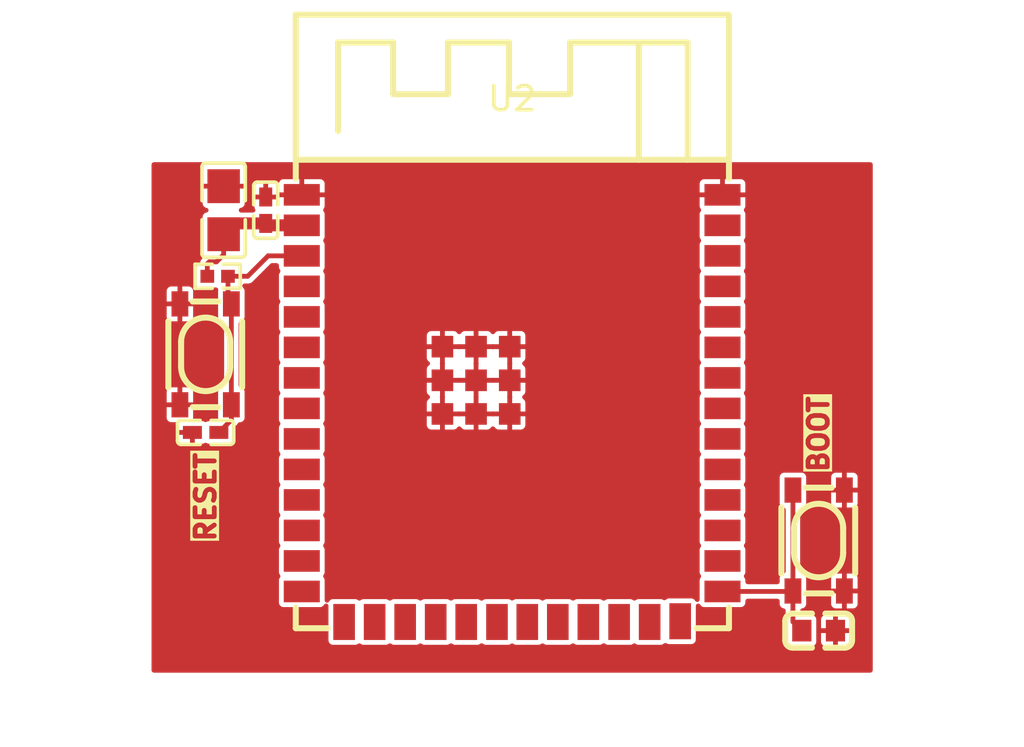
<source format=kicad_pcb>
(kicad_pcb (version 20241229) (generator "pcbnew") (generator_version "9.0")
  (layers (0 "F.Cu" signal) (2 "B.Cu" signal) (13 "F.Paste" user) (15 "B.Paste" user) (5 "F.SilkS" user "F.Silkscreen") (7 "B.SilkS" user "B.Silkscreen") (1 "F.Mask" user) (3 "B.Mask" user) (25 "Edge.Cuts" user))
  (net 0 "")
  (net 1 "line-34")
  (net 2 "line-25")
  (net 3 "line")
  (net 4 "line-13")
  (net 5 "line-28")
  (net 6 "line-17")
  (net 7 "line-5")
  (net 8 "line-18")
  (net 9 "line-35")
  (net 10 "line-4")
  (net 11 "line-24")
  (net 12 "line-22")
  (net 13 "line-2")
  (net 14 "line-21")
  (net 15 "line-8")
  (net 16 "line-3")
  (net 17 "line-9")
  (net 18 "line-31")
  (net 19 "line-12")
  (net 20 "line-29")
  (net 21 "line-27")
  (net 22 "line-7")
  (net 23 "line-23")
  (net 24 "line-19")
  (net 25 "line-33")
  (net 26 "line-1")
  (net 27 "line-20")
  (net 28 "line-10")
  (net 29 "line-15")
  (net 30 "line-26")
  (net 31 "line-11")
  (net 32 "line-14")
  (net 33 "line-36")
  (net 34 "line-6")
  (net 35 "line-30")
  (net 36 "gnd")
  (net 37 "line-16")
  (net 38 "hv")
  (net 39 "line-32")
  (footprint "ALPSALPINE_SKRPACE010:KEY-SMD_4P-L4.2-W3.2-P2.20-LS4.6" (layer "F.Cu") (at 12.75 5.5 -90)
    (property "Reference" "U1" (hide yes))
    (property "Value" "")
    (fp_line (start -1.38 1.55) (end 1.38 1.55) (stroke (width 0.25)) (layer "F.SilkS"))
    (fp_line (start -0.51 1.02) (end 0.51 1.02) (stroke (width 0.25)) (layer "F.SilkS"))
    (fp_line (start -2.2 -0.54) (end -2.2 0.54) (stroke (width 0.25)) (layer "F.SilkS"))
    (fp_line (start 2.2 -0.54) (end 2.2 0.54) (stroke (width 0.25)) (layer "F.SilkS"))
    (fp_line (start -0.51 -1.02) (end 0.51 -1.02) (stroke (width 0.25)) (layer "F.SilkS"))
    (fp_line (start 1.37 -1.52) (end -1.37 -1.52) (stroke (width 0.25)) (layer "F.SilkS"))
    (fp_arc (start -0.51 1.02) (mid -1.53 0) (end -0.51 -1.02) (stroke (width 0.25)) (layer "F.SilkS"))
    (fp_arc (start 0.51 -1.02) (mid 1.53 0) (end 0.51 1.02) (stroke (width 0.25)) (layer "F.SilkS"))
    (pad "1" smd rect (at -2.1 -1.07 270) (size 1.05 0.7) (layers "F.Cu" "F.Mask" "F.Paste") (net 36 "gnd"))
    (pad "2" smd rect (at 2.1 -1.07 270) (size 1.05 0.7) (layers "F.Cu" "F.Mask" "F.Paste") (net 36 "gnd"))
    (pad "3" smd rect (at -2.1 1.07 270) (size 1.05 0.7) (layers "F.Cu" "F.Mask" "F.Paste") (net 37 "line-16"))
    (pad "4" smd rect (at 2.1 1.07 270) (size 1.05 0.7) (layers "F.Cu" "F.Mask" "F.Paste") (net 37 "line-16"))
  )
  (footprint "UNI_ROYAL_0402WGF1002TCE:R0402" (layer "F.Cu") (at -12.25 -5.5 180)
    (property "Reference" "R1" (hide yes))
    (property "Value" "10kΩ ±1% 62.5mW")
    (fp_line (start 0.94 0.5) (end 0.94 -0.5) (stroke (width 0.15)) (layer "F.SilkS"))
    (fp_line (start 0.94 -0.5) (end 0.23 -0.5) (stroke (width 0.15)) (layer "F.SilkS"))
    (fp_line (start 0.23 0.5) (end 0.94 0.5) (stroke (width 0.15)) (layer "F.SilkS"))
    (fp_line (start -0.23 0.5) (end -0.94 0.5) (stroke (width 0.15)) (layer "F.SilkS"))
    (fp_line (start -0.94 0.5) (end -0.94 -0.5) (stroke (width 0.15)) (layer "F.SilkS"))
    (fp_line (start -0.94 -0.5) (end -0.23 -0.5) (stroke (width 0.15)) (layer "F.SilkS"))
    (pad "1" smd rect (at -0.43 0 180) (size 0.57 0.54) (layers "F.Cu" "F.Mask" "F.Paste") (net 39 "line-32"))
    (pad "2" smd rect (at 0.43 0 180) (size 0.57 0.54) (layers "F.Cu" "F.Mask" "F.Paste") (net 38 "hv"))
  )
  (footprint "YAGEO_CC0603KRX7R9BB104:C0603" (layer "F.Cu") (at 12.75 9.25)
    (property "Reference" "C4" (hide yes))
    (property "Value" "100nF ±10% 50V X7R")
    (fp_line (start -1.39 0.4) (end -1.39 -0.4) (stroke (width 0.25)) (layer "F.SilkS"))
    (fp_line (start -0.28 -0.71) (end -1.08 -0.71) (stroke (width 0.25)) (layer "F.SilkS"))
    (fp_line (start -0.28 0.71) (end -1.08 0.71) (stroke (width 0.25)) (layer "F.SilkS"))
    (fp_line (start 0.28 -0.71) (end 1.08 -0.71) (stroke (width 0.25)) (layer "F.SilkS"))
    (fp_line (start 0.28 0.71) (end 1.08 0.71) (stroke (width 0.25)) (layer "F.SilkS"))
    (fp_line (start 1.39 -0.4) (end 1.39 0.4) (stroke (width 0.25)) (layer "F.SilkS"))
    (fp_arc (start -1.39 -0.4) (mid -1.299203 -0.619203) (end -1.08 -0.71) (stroke (width 0.25)) (layer "F.SilkS"))
    (fp_arc (start -1.08 0.71) (mid -1.299203 0.619203) (end -1.39 0.4) (stroke (width 0.25)) (layer "F.SilkS"))
    (fp_arc (start 1.08 -0.71) (mid 1.299203 -0.619203) (end 1.39 -0.4) (stroke (width 0.25)) (layer "F.SilkS"))
    (fp_arc (start 1.39 0.4) (mid 1.299203 0.619203) (end 1.08 0.71) (stroke (width 0.25)) (layer "F.SilkS"))
    (pad "1" smd rect (at -0.7 0) (size 0.8 0.9) (layers "F.Cu" "F.Mask" "F.Paste") (net 37 "line-16"))
    (pad "2" smd rect (at 0.7 0) (size 0.8 0.9) (layers "F.Cu" "F.Mask" "F.Paste") (net 36 "gnd"))
  )
  (footprint "Samsung_Electro_Mechanics_CL05B104KO5NNNC:C0402" (layer "F.Cu") (at -12.75 1 180)
    (property "Reference" "C3" (hide yes))
    (property "Value" "100nF ±10% 16V X7R")
    (fp_line (start 1.17 0.35) (end 1.17 -0.35) (stroke (width 0.15)) (layer "F.SilkS"))
    (fp_line (start 1.02 -0.5) (end 0.23 -0.5) (stroke (width 0.15)) (layer "F.SilkS"))
    (fp_line (start 0.23 0.5) (end 1.02 0.5) (stroke (width 0.15)) (layer "F.SilkS"))
    (fp_line (start -0.23 0.5) (end -1.02 0.5) (stroke (width 0.15)) (layer "F.SilkS"))
    (fp_line (start -1.02 -0.5) (end -0.23 -0.5) (stroke (width 0.15)) (layer "F.SilkS"))
    (fp_line (start -1.17 0.35) (end -1.17 -0.35) (stroke (width 0.15)) (layer "F.SilkS"))
    (fp_arc (start 1.17 0.35) (mid 1.126066 0.456066) (end 1.02 0.5) (stroke (width 0.15)) (layer "F.SilkS"))
    (fp_arc (start 1.02 -0.5) (mid 1.126066 -0.456066) (end 1.17 -0.35) (stroke (width 0.15)) (layer "F.SilkS"))
    (fp_arc (start -1.02 0.5) (mid -1.126066 0.456066) (end -1.17 0.35) (stroke (width 0.15)) (layer "F.SilkS"))
    (fp_arc (start -1.17 -0.35) (mid -1.126066 -0.456066) (end -1.02 -0.5) (stroke (width 0.15)) (layer "F.SilkS"))
    (pad "1" smd rect (at -0.55 0 180) (size 0.79 0.54) (layers "F.Cu" "F.Mask" "F.Paste") (net 39 "line-32"))
    (pad "2" smd rect (at 0.55 0 180) (size 0.79 0.54) (layers "F.Cu" "F.Mask" "F.Paste") (net 36 "gnd"))
  )
  (footprint "Espressif_Systems_ESP32_S3_WROOM_1_N16R2:WIRELM-SMD_ESP32-S3-WROOM-1" (layer "F.Cu") (at 0 0)
    (property "Reference" "U2" (hide yes))
    (property "Value" "")
    (fp_line (start -9 -16.39) (end -9 -9.57) (stroke (width 0.25)) (layer "F.SilkS"))
    (fp_line (start -9 -10.35) (end 9.02 -10.35) (stroke (width 0.25)) (layer "F.SilkS"))
    (fp_line (start -9 8.3) (end -9 9.15) (stroke (width 0.25)) (layer "F.SilkS"))
    (fp_line (start -9 9.15) (end -7.67 9.15) (stroke (width 0.25)) (layer "F.SilkS"))
    (fp_line (start -7.24 -15.23) (end -7.24 -11.55) (stroke (width 0.25)) (layer "F.SilkS"))
    (fp_line (start -4.95 -15.23) (end -7.24 -15.23) (stroke (width 0.25)) (layer "F.SilkS"))
    (fp_line (start -4.95 -13.08) (end -4.95 -15.23) (stroke (width 0.25)) (layer "F.SilkS"))
    (fp_line (start -2.67 -15.23) (end -2.67 -13.08) (stroke (width 0.25)) (layer "F.SilkS"))
    (fp_line (start -2.67 -13.08) (end -4.95 -13.08) (stroke (width 0.25)) (layer "F.SilkS"))
    (fp_line (start -0.13 -15.23) (end -2.67 -15.23) (stroke (width 0.25)) (layer "F.SilkS"))
    (fp_line (start -0.13 -13.08) (end -0.13 -15.23) (stroke (width 0.25)) (layer "F.SilkS"))
    (fp_line (start 2.41 -15.23) (end 2.41 -13.08) (stroke (width 0.25)) (layer "F.SilkS"))
    (fp_line (start 2.41 -13.08) (end -0.13 -13.08) (stroke (width 0.25)) (layer "F.SilkS"))
    (fp_line (start 5.27 -15.23) (end 2.41 -15.23) (stroke (width 0.25)) (layer "F.SilkS"))
    (fp_line (start 5.27 -10.35) (end 5.27 -15.23) (stroke (width 0.25)) (layer "F.SilkS"))
    (fp_line (start 7.3 -15.23) (end 5.06 -15.23) (stroke (width 0.25)) (layer "F.SilkS"))
    (fp_line (start 7.3 -10.35) (end 7.3 -15.23) (stroke (width 0.25)) (layer "F.SilkS"))
    (fp_line (start 7.67 9.15) (end 9.02 9.15) (stroke (width 0.25)) (layer "F.SilkS"))
    (fp_line (start 9 -16.39) (end -9 -16.39) (stroke (width 0.25)) (layer "F.SilkS"))
    (fp_line (start 9.02 -9.57) (end 9.02 -16.38) (stroke (width 0.25)) (layer "F.SilkS"))
    (fp_line (start 9.02 9.15) (end 9.02 8.3) (stroke (width 0.25)) (layer "F.SilkS"))
    (fp_text user "${REFERENCE}" (at 0 -12.89 0) (layer "F.SilkS"))
    (pad "1" smd rect (at -8.75 -8.89) (size 1.5 0.9) (layers "F.Cu" "F.Mask" "F.Paste") (net 36 "gnd"))
    (pad "2" smd rect (at -8.75 -7.62) (size 1.5 0.9) (layers "F.Cu" "F.Mask" "F.Paste") (net 38 "hv"))
    (pad "3" smd rect (at -8.75 -6.35) (size 1.5 0.9) (layers "F.Cu" "F.Mask" "F.Paste") (net 39 "line-32"))
    (pad "4" smd rect (at -8.75 -5.08) (size 1.5 0.9) (layers "F.Cu" "F.Mask" "F.Paste") (net 31 "line-11"))
    (pad "5" smd rect (at -8.75 -3.81) (size 1.5 0.9) (layers "F.Cu" "F.Mask" "F.Paste") (net 27 "line-20"))
    (pad "6" smd rect (at -8.75 -2.54) (size 1.5 0.9) (layers "F.Cu" "F.Mask" "F.Paste") (net 33 "line-36"))
    (pad "7" smd rect (at -8.75 -1.27) (size 1.5 0.9) (layers "F.Cu" "F.Mask" "F.Paste") (net 12 "line-22"))
    (pad "8" smd rect (at -8.75 0) (size 1.5 0.9) (layers "F.Cu" "F.Mask" "F.Paste") (net 17 "line-9"))
    (pad "9" smd rect (at -8.75 1.27) (size 1.5 0.9) (layers "F.Cu" "F.Mask" "F.Paste") (net 30 "line-26"))
    (pad "10" smd rect (at -8.75 2.54) (size 1.5 0.9) (layers "F.Cu" "F.Mask" "F.Paste") (net 24 "line-19"))
    (pad "11" smd rect (at -8.75 3.81) (size 1.5 0.9) (layers "F.Cu" "F.Mask" "F.Paste") (net 7 "line-5"))
    (pad "12" smd rect (at -8.75 5.08) (size 1.5 0.9) (layers "F.Cu" "F.Mask" "F.Paste") (net 25 "line-33"))
    (pad "13" smd rect (at -8.75 6.35) (size 1.5 0.9) (layers "F.Cu" "F.Mask" "F.Paste") (net 9 "line-35"))
    (pad "14" smd rect (at -8.75 7.62) (size 1.5 0.9) (layers "F.Cu" "F.Mask" "F.Paste") (net 28 "line-10"))
    (pad "15" smd rect (at -6.99 8.89 90) (size 1.5 0.9) (layers "F.Cu" "F.Mask" "F.Paste") (net 16 "line-3"))
    (pad "16" smd rect (at -5.72 8.89 90) (size 1.5 0.9) (layers "F.Cu" "F.Mask" "F.Paste") (net 34 "line-6"))
    (pad "17" smd rect (at -4.45 8.89 90) (size 1.5 0.9) (layers "F.Cu" "F.Mask" "F.Paste") (net 11 "line-24"))
    (pad "18" smd rect (at -3.18 8.89 90) (size 1.5 0.9) (layers "F.Cu" "F.Mask" "F.Paste") (net 8 "line-18"))
    (pad "19" smd rect (at -1.91 8.89 90) (size 1.5 0.9) (layers "F.Cu" "F.Mask" "F.Paste") (net 20 "line-29"))
    (pad "20" smd rect (at -0.63 8.89 90) (size 1.5 0.9) (layers "F.Cu" "F.Mask" "F.Paste") (net 18 "line-31"))
    (pad "21" smd rect (at 0.63 8.89 90) (size 1.5 0.9) (layers "F.Cu" "F.Mask" "F.Paste") (net 32 "line-14"))
    (pad "22" smd rect (at 1.9 8.89 90) (size 1.5 0.9) (layers "F.Cu" "F.Mask" "F.Paste") (net 13 "line-2"))
    (pad "23" smd rect (at 3.17 8.89 90) (size 1.5 0.9) (layers "F.Cu" "F.Mask" "F.Paste") (net 23 "line-23"))
    (pad "24" smd rect (at 4.45 8.89 90) (size 1.5 0.9) (layers "F.Cu" "F.Mask" "F.Paste") (net 35 "line-30"))
    (pad "25" smd rect (at 5.72 8.89 90) (size 1.5 0.9) (layers "F.Cu" "F.Mask" "F.Paste") (net 10 "line-4"))
    (pad "26" smd rect (at 6.99 8.86 90) (size 1.5 0.9) (layers "F.Cu" "F.Mask" "F.Paste") (net 19 "line-12"))
    (pad "27" smd rect (at 8.75 7.62 180) (size 1.5 0.9) (layers "F.Cu" "F.Mask" "F.Paste") (net 37 "line-16"))
    (pad "28" smd rect (at 8.75 6.35 180) (size 1.5 0.9) (layers "F.Cu" "F.Mask" "F.Paste") (net 26 "line-1"))
    (pad "29" smd rect (at 8.75 5.08 180) (size 1.5 0.9) (layers "F.Cu" "F.Mask" "F.Paste") (net 2 "line-25"))
    (pad "30" smd rect (at 8.75 3.81 180) (size 1.5 0.9) (layers "F.Cu" "F.Mask" "F.Paste") (net 29 "line-15"))
    (pad "31" smd rect (at 8.75 2.54 180) (size 1.5 0.9) (layers "F.Cu" "F.Mask" "F.Paste") (net 5 "line-28"))
    (pad "32" smd rect (at 8.75 1.27 180) (size 1.5 0.9) (layers "F.Cu" "F.Mask" "F.Paste") (net 21 "line-27"))
    (pad "33" smd rect (at 8.75 0 180) (size 1.5 0.9) (layers "F.Cu" "F.Mask" "F.Paste") (net 22 "line-7"))
    (pad "34" smd rect (at 8.75 -1.27 180) (size 1.5 0.9) (layers "F.Cu" "F.Mask" "F.Paste") (net 1 "line-34"))
    (pad "35" smd rect (at 8.75 -2.54 180) (size 1.5 0.9) (layers "F.Cu" "F.Mask" "F.Paste") (net 4 "line-13"))
    (pad "36" smd rect (at 8.75 -3.81 180) (size 1.5 0.9) (layers "F.Cu" "F.Mask" "F.Paste") (net 15 "line-8"))
    (pad "37" smd rect (at 8.75 -5.08 180) (size 1.5 0.9) (layers "F.Cu" "F.Mask" "F.Paste") (net 6 "line-17"))
    (pad "38" smd rect (at 8.75 -6.35 180) (size 1.5 0.9) (layers "F.Cu" "F.Mask" "F.Paste") (net 14 "line-21"))
    (pad "39" smd rect (at 8.75 -7.62 180) (size 1.5 0.9) (layers "F.Cu" "F.Mask" "F.Paste") (net 3 "line"))
    (pad "40" smd rect (at 8.75 -8.89 180) (size 1.5 0.9) (layers "F.Cu" "F.Mask" "F.Paste") (net 36 "gnd"))
    (pad "41" smd rect (at -2.9 -2.57 90) (size 0.9 0.9) (layers "F.Cu" "F.Mask" "F.Paste") (net 36 "gnd"))
    (pad "41" smd rect (at -2.9 -1.17 90) (size 0.9 0.9) (layers "F.Cu" "F.Mask" "F.Paste") (net 36 "gnd"))
    (pad "41" smd rect (at -2.9 0.23 90) (size 0.9 0.9) (layers "F.Cu" "F.Mask" "F.Paste") (net 36 "gnd"))
    (pad "41" smd rect (at -1.5 -2.57 90) (size 0.9 0.9) (layers "F.Cu" "F.Mask" "F.Paste") (net 36 "gnd"))
    (pad "41" smd rect (at -1.5 -1.17 90) (size 0.9 0.9) (layers "F.Cu" "F.Mask" "F.Paste") (net 36 "gnd"))
    (pad "41" smd rect (at -1.5 0.23 90) (size 0.9 0.9) (layers "F.Cu" "F.Mask" "F.Paste") (net 36 "gnd"))
    (pad "41" smd rect (at -0.1 -2.57 90) (size 0.9 0.9) (layers "F.Cu" "F.Mask" "F.Paste") (net 36 "gnd"))
    (pad "41" smd rect (at -0.1 -1.17 90) (size 0.9 0.9) (layers "F.Cu" "F.Mask" "F.Paste") (net 36 "gnd"))
    (pad "41" smd rect (at -0.1 0.23 90) (size 0.9 0.9) (layers "F.Cu" "F.Mask" "F.Paste") (net 36 "gnd"))
  )
  (footprint "ALPSALPINE_SKRPACE010:KEY-SMD_4P-L4.2-W3.2-P2.20-LS4.6" (layer "F.Cu") (at -12.75 -2.25 -90)
    (property "Reference" "U3" (hide yes))
    (property "Value" "")
    (fp_line (start -1.38 1.55) (end 1.38 1.55) (stroke (width 0.25)) (layer "F.SilkS"))
    (fp_line (start -0.51 1.02) (end 0.51 1.02) (stroke (width 0.25)) (layer "F.SilkS"))
    (fp_line (start -2.2 -0.54) (end -2.2 0.54) (stroke (width 0.25)) (layer "F.SilkS"))
    (fp_line (start 2.2 -0.54) (end 2.2 0.54) (stroke (width 0.25)) (layer "F.SilkS"))
    (fp_line (start -0.51 -1.02) (end 0.51 -1.02) (stroke (width 0.25)) (layer "F.SilkS"))
    (fp_line (start 1.37 -1.52) (end -1.37 -1.52) (stroke (width 0.25)) (layer "F.SilkS"))
    (fp_arc (start -0.51 1.02) (mid -1.53 0) (end -0.51 -1.02) (stroke (width 0.25)) (layer "F.SilkS"))
    (fp_arc (start 0.51 -1.02) (mid 1.53 0) (end 0.51 1.02) (stroke (width 0.25)) (layer "F.SilkS"))
    (pad "1" smd rect (at -2.1 -1.07 270) (size 1.05 0.7) (layers "F.Cu" "F.Mask" "F.Paste") (net 39 "line-32"))
    (pad "2" smd rect (at 2.1 -1.07 270) (size 1.05 0.7) (layers "F.Cu" "F.Mask" "F.Paste") (net 39 "line-32"))
    (pad "3" smd rect (at -2.1 1.07 270) (size 1.05 0.7) (layers "F.Cu" "F.Mask" "F.Paste") (net 36 "gnd"))
    (pad "4" smd rect (at 2.1 1.07 270) (size 1.05 0.7) (layers "F.Cu" "F.Mask" "F.Paste") (net 36 "gnd"))
  )
  (footprint "YAGEO_CC0805KRX7R9BB104:C0805" (layer "F.Cu") (at -12 -8.25 90)
    (property "Reference" "C1" (hide yes))
    (property "Value" "100nF ±10% 50V X7R")
    (fp_line (start 1.81 -0.9) (end 0.4 -0.9) (stroke (width 0.15)) (layer "F.SilkS"))
    (fp_line (start -1.81 -0.9) (end -0.4 -0.9) (stroke (width 0.15)) (layer "F.SilkS"))
    (fp_line (start 1.96 0.75) (end 1.96 -0.75) (stroke (width 0.15)) (layer "F.SilkS"))
    (fp_line (start -1.96 0.75) (end -1.96 -0.75) (stroke (width 0.15)) (layer "F.SilkS"))
    (fp_line (start 0.4 0.9) (end 1.81 0.9) (stroke (width 0.15)) (layer "F.SilkS"))
    (fp_line (start -0.4 0.9) (end -1.81 0.9) (stroke (width 0.15)) (layer "F.SilkS"))
    (fp_arc (start 1.81 -0.9) (mid 1.916066 -0.856066) (end 1.96 -0.75) (stroke (width 0.15)) (layer "F.SilkS"))
    (fp_arc (start -1.96 -0.75) (mid -1.916066 -0.856066) (end -1.81 -0.9) (stroke (width 0.15)) (layer "F.SilkS"))
    (fp_arc (start 1.96 0.75) (mid 1.916066 0.856066) (end 1.81 0.9) (stroke (width 0.15)) (layer "F.SilkS"))
    (fp_arc (start -1.81 0.9) (mid -1.916066 0.856066) (end -1.96 0.75) (stroke (width 0.15)) (layer "F.SilkS"))
    (pad "1" smd rect (at -1 0 90) (size 1.41 1.35) (layers "F.Cu" "F.Mask" "F.Paste") (net 38 "hv"))
    (pad "2" smd rect (at 1 0 90) (size 1.41 1.35) (layers "F.Cu" "F.Mask" "F.Paste") (net 36 "gnd"))
  )
  (footprint "Samsung_Electro_Mechanics_CL05B104KO5NNNC:C0402" (layer "F.Cu") (at -10.25 -8.25 90)
    (property "Reference" "C2" (hide yes))
    (property "Value" "100nF ±10% 16V X7R")
    (fp_line (start 1.02 -0.5) (end 0.23 -0.5) (stroke (width 0.15)) (layer "F.SilkS"))
    (fp_line (start -1.02 -0.5) (end -0.23 -0.5) (stroke (width 0.15)) (layer "F.SilkS"))
    (fp_line (start 1.17 0.35) (end 1.17 -0.35) (stroke (width 0.15)) (layer "F.SilkS"))
    (fp_line (start -1.17 0.35) (end -1.17 -0.35) (stroke (width 0.15)) (layer "F.SilkS"))
    (fp_line (start 0.23 0.5) (end 1.02 0.5) (stroke (width 0.15)) (layer "F.SilkS"))
    (fp_line (start -0.23 0.5) (end -1.02 0.5) (stroke (width 0.15)) (layer "F.SilkS"))
    (fp_arc (start 1.02 -0.5) (mid 1.126066 -0.456066) (end 1.17 -0.35) (stroke (width 0.15)) (layer "F.SilkS"))
    (fp_arc (start -1.17 -0.35) (mid -1.126066 -0.456066) (end -1.02 -0.5) (stroke (width 0.15)) (layer "F.SilkS"))
    (fp_arc (start 1.17 0.35) (mid 1.126066 0.456066) (end 1.02 0.5) (stroke (width 0.15)) (layer "F.SilkS"))
    (fp_arc (start -1.02 0.5) (mid -1.126066 0.456066) (end -1.17 0.35) (stroke (width 0.15)) (layer "F.SilkS"))
    (pad "1" smd rect (at -0.55 0 90) (size 0.79 0.54) (layers "F.Cu" "F.Mask" "F.Paste") (net 38 "hv"))
    (pad "2" smd rect (at 0.55 0 90) (size 0.79 0.54) (layers "F.Cu" "F.Mask" "F.Paste") (net 36 "gnd"))
  )
  (gr_text "RESET" (at -12.75 1.75 90) (layer "F.SilkS" knockout) (effects (font (size 0.8 0.8) (thickness 0.2)) (justify right)))
  (gr_text "BOOT" (at 12.75 2.75 90) (layer "F.SilkS" knockout) (effects (font (size 0.8 0.8) (thickness 0.2)) (justify left)))
  (segment (start 11.68 8.88) (end 12.05 9.25) (width 0.2) (layer "F.Cu") (net 37))
  (segment (start 11.68 3.4) (end 11.68 7.6) (width 0.2) (layer "F.Cu") (net 37))
  (segment (start 11.66 7.62) (end 11.68 7.6) (width 0.2) (layer "F.Cu") (net 37))
  (segment (start 11.68 7.6) (end 11.68 8.88) (width 0.2) (layer "F.Cu") (net 37))
  (segment (start 8.75 7.62) (end 11.66 7.62) (width 0.2) (layer "F.Cu") (net 37))
  (segment (start -12.68 -6.02) (end -12.68 -5.5) (width 0.2) (layer "F.Cu") (net 38))
  (segment (start -12.6 -6.1) (end -12.68 -6.02) (width 0.2) (layer "F.Cu") (net 38))
  (segment (start -12 -6.4) (end -12.3 -6.1) (width 0.2) (layer "F.Cu") (net 38))
  (segment (start -10.17 -7.62) (end -10.25 -7.7) (width 0.5) (layer "F.Cu") (net 38))
  (segment (start -10.25 -7.7) (end -11.55 -7.7) (width 0.5) (layer "F.Cu") (net 38))
  (segment (start -12 -7.25) (end -12 -6.4) (width 0.2) (layer "F.Cu") (net 38))
  (segment (start -12.3 -6.1) (end -12.6 -6.1) (width 0.2) (layer "F.Cu") (net 38))
  (segment (start -11.55 -7.7) (end -12 -7.25) (width 0.5) (layer "F.Cu") (net 38))
  (segment (start -8.75 -7.62) (end -10.17 -7.62) (width 0.5) (layer "F.Cu") (net 38))
  (segment (start -10.15 -6.35) (end -8.75 -6.35) (width 0.2) (layer "F.Cu") (net 39))
  (segment (start -11.82 -5.5) (end -11 -5.5) (width 0.2) (layer "F.Cu") (net 39))
  (segment (start -11.82 -5.5) (end -11.82 -4.49) (width 0.2) (layer "F.Cu") (net 39))
  (segment (start -11.68 0.48) (end -12.2 1) (width 0.2) (layer "F.Cu") (net 39))
  (segment (start -11 -5.5) (end -10.15 -6.35) (width 0.2) (layer "F.Cu") (net 39))
  (segment (start -11.68 -0.15) (end -11.68 0.48) (width 0.2) (layer "F.Cu") (net 39))
  (segment (start -11.82 -4.49) (end -11.68 -4.35) (width 0.2) (layer "F.Cu") (net 39))
  (segment (start -11.68 -4.35) (end -11.68 -0.15) (width 0.2) (layer "F.Cu") (net 39))
  (zone (net 36) (net_name "gnd") (layers "F.Cu" "B.Cu") (connect_pads (clearance 0.2)) (min_thickness 0.2) (fill yes (thermal_gap 0.2) (thermal_bridge_width 0.2))
    (polygon (pts (xy -15 -10.25) (xy -15 11) (xy 15 11) (xy 15 -10.25)))
  )
  (zone (net 0) (net_name "") (layers "F.Cu" "B.Cu" "F.Adhes" "B.Adhes" "F.Paste" "B.Paste") (name "Antenna") (connect_pads yes (clearance 0)) (min_thickness 0.25)
    (keepout (tracks not_allowed) (vias not_allowed) (pads not_allowed) (copperpour not_allowed) (footprints not_allowed))
    (fill (thermal_gap 0.5) (thermal_bridge_width 0.5) (smoothing chamfer) (radius 0.1))
    (polygon (pts (xy -15 -10.25) (xy 15 -10.25) (xy 15 -17) (xy -15 -17)))
  )
)
</source>
